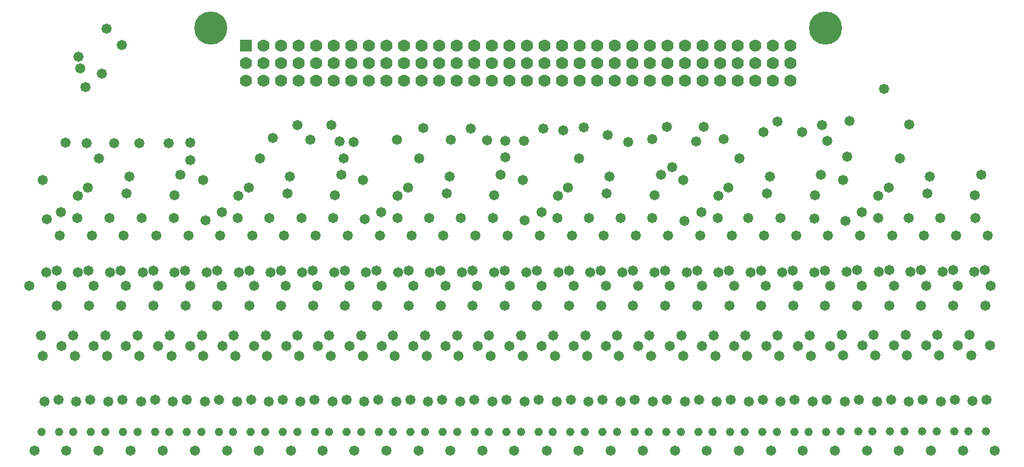
<source format=gbs>
%FSLAX24Y24*%
%MOIN*%
G70*
G01*
G75*
G04 Layer_Color=16711935*
%ADD10R,0.0669X0.0433*%
%ADD11R,0.0433X0.0669*%
%ADD12R,0.0354X0.0276*%
%ADD13R,0.0118X0.0197*%
%ADD14R,0.0394X0.0236*%
%ADD15R,0.0197X0.0118*%
%ADD16R,0.0197X0.0354*%
%ADD17R,0.0512X0.0236*%
%ADD18R,0.0354X0.0532*%
%ADD19R,0.0532X0.0532*%
%ADD20R,0.0236X0.0394*%
%ADD21R,0.0374X0.0354*%
%ADD22R,0.0374X0.0354*%
%ADD23C,0.0070*%
%ADD24C,0.0050*%
%ADD25C,0.0051*%
%ADD26C,0.0620*%
%ADD27R,0.0620X0.0620*%
%ADD28C,0.0400*%
%ADD29C,0.1811*%
%ADD30C,0.0500*%
%ADD31C,0.0400*%
%ADD32C,0.0794*%
G04:AMPARAMS|DCode=33|XSize=99.37mil|YSize=99.37mil|CornerRadius=0mil|HoleSize=0mil|Usage=FLASHONLY|Rotation=0.000|XOffset=0mil|YOffset=0mil|HoleType=Round|Shape=Relief|Width=10mil|Gap=10mil|Entries=4|*
%AMTHD33*
7,0,0,0.0994,0.0794,0.0100,45*
%
%ADD33THD33*%
%ADD34C,0.0597*%
%ADD35C,0.1502*%
G04:AMPARAMS|DCode=36|XSize=88mil|YSize=88mil|CornerRadius=0mil|HoleSize=0mil|Usage=FLASHONLY|Rotation=0.000|XOffset=0mil|YOffset=0mil|HoleType=Round|Shape=Relief|Width=10mil|Gap=10mil|Entries=4|*
%AMTHD36*
7,0,0,0.0880,0.0680,0.0100,45*
%
%ADD36THD36*%
%ADD37C,0.0680*%
%ADD38C,0.0150*%
%ADD39C,0.0098*%
%ADD40C,0.0100*%
%ADD41C,0.0079*%
%ADD42C,0.0080*%
%ADD43C,0.0059*%
%ADD44R,0.0749X0.0513*%
%ADD45R,0.0513X0.0749*%
%ADD46R,0.0434X0.0356*%
%ADD47R,0.0198X0.0277*%
%ADD48R,0.0474X0.0316*%
%ADD49R,0.0277X0.0198*%
%ADD50R,0.0277X0.0434*%
%ADD51R,0.0592X0.0316*%
%ADD52R,0.0434X0.0612*%
%ADD53R,0.0612X0.0612*%
%ADD54R,0.0316X0.0474*%
%ADD55R,0.0454X0.0434*%
%ADD56R,0.0454X0.0434*%
%ADD57C,0.0700*%
%ADD58R,0.0700X0.0700*%
%ADD59C,0.0480*%
%ADD60C,0.1891*%
%ADD61C,0.0580*%
D57*
X55750Y34124D02*
D03*
X53750D02*
D03*
X52750D02*
D03*
X54750D02*
D03*
X49750D02*
D03*
X44750D02*
D03*
X39750D02*
D03*
X34750D02*
D03*
X29750D02*
D03*
X47750D02*
D03*
X42750D02*
D03*
X36750D02*
D03*
X31750D02*
D03*
X28750D02*
D03*
X40750Y33124D02*
D03*
X39750D02*
D03*
X38750D02*
D03*
X37750D02*
D03*
X36750D02*
D03*
X35750D02*
D03*
X34750D02*
D03*
X33750D02*
D03*
X32750D02*
D03*
X31750D02*
D03*
X30750D02*
D03*
X29750D02*
D03*
X28750D02*
D03*
X27750D02*
D03*
X26750D02*
D03*
X25750D02*
D03*
X24750D02*
D03*
X53750Y32124D02*
D03*
X52750D02*
D03*
X51750D02*
D03*
X50750D02*
D03*
X49750D02*
D03*
X48750D02*
D03*
X47750D02*
D03*
X46750D02*
D03*
X45750D02*
D03*
X44750D02*
D03*
X43750D02*
D03*
X42750D02*
D03*
X41750D02*
D03*
X40750D02*
D03*
X39750D02*
D03*
X38750D02*
D03*
X37750D02*
D03*
X36750D02*
D03*
X35750D02*
D03*
X34750D02*
D03*
X33750D02*
D03*
X32750D02*
D03*
X31750D02*
D03*
X28750D02*
D03*
X27750D02*
D03*
X26750D02*
D03*
X30750D02*
D03*
X25750D02*
D03*
X29750D02*
D03*
X24750D02*
D03*
X54750D02*
D03*
X51750Y33124D02*
D03*
X48750D02*
D03*
X45750D02*
D03*
X44750D02*
D03*
X46750D02*
D03*
X47750D02*
D03*
X49750D02*
D03*
X50750D02*
D03*
X52750D02*
D03*
X53750D02*
D03*
X54750D02*
D03*
X51750Y34124D02*
D03*
X48750D02*
D03*
X45750D02*
D03*
X25750D02*
D03*
X37750D02*
D03*
X38750D02*
D03*
X40750D02*
D03*
X41750D02*
D03*
X43750D02*
D03*
X42750Y33124D02*
D03*
X43750D02*
D03*
X46750Y34124D02*
D03*
X50750D02*
D03*
X55750Y32124D02*
D03*
X35750Y34124D02*
D03*
X33750D02*
D03*
X32750D02*
D03*
X30750D02*
D03*
X27750D02*
D03*
X41750Y33124D02*
D03*
X26750Y34124D02*
D03*
X55750Y33124D02*
D03*
D58*
X24750Y34124D02*
D03*
D59*
X14110Y12090D02*
D03*
X13110D02*
D03*
X25030D02*
D03*
X24030D02*
D03*
X59610Y12096D02*
D03*
X58610D02*
D03*
X65070D02*
D03*
X64070D02*
D03*
X32310Y12090D02*
D03*
X31310D02*
D03*
X21390D02*
D03*
X20390D02*
D03*
X54150Y12091D02*
D03*
X53150D02*
D03*
X52330D02*
D03*
X51330D02*
D03*
X57790D02*
D03*
X56790D02*
D03*
X50510D02*
D03*
X49510D02*
D03*
X30490Y12090D02*
D03*
X29490D02*
D03*
X26850D02*
D03*
X25850D02*
D03*
X39590D02*
D03*
X38590D02*
D03*
X63250Y12096D02*
D03*
X62250D02*
D03*
X37770Y12090D02*
D03*
X36770D02*
D03*
X55970Y12091D02*
D03*
X54970D02*
D03*
X35950Y12090D02*
D03*
X34950D02*
D03*
X41410D02*
D03*
X40410D02*
D03*
X66890Y12100D02*
D03*
X65890D02*
D03*
X15930Y12090D02*
D03*
X14930D02*
D03*
X46870D02*
D03*
X45870D02*
D03*
X19570D02*
D03*
X18570D02*
D03*
X48690D02*
D03*
X47690D02*
D03*
X61430Y12096D02*
D03*
X60430D02*
D03*
X28670Y12090D02*
D03*
X27670D02*
D03*
X34130D02*
D03*
X33130D02*
D03*
X17750D02*
D03*
X16750D02*
D03*
X23210D02*
D03*
X22210D02*
D03*
X45050D02*
D03*
X44050D02*
D03*
X43230D02*
D03*
X42230D02*
D03*
D60*
X22750Y35124D02*
D03*
X57750D02*
D03*
D61*
X62530Y29620D02*
D03*
X15230Y33470D02*
D03*
X16834Y35074D02*
D03*
X15623Y31753D02*
D03*
X16560Y32520D02*
D03*
X15970Y23280D02*
D03*
X17800D02*
D03*
X19640D02*
D03*
X21470D02*
D03*
X23290D02*
D03*
X25110D02*
D03*
X26920D02*
D03*
X28730D02*
D03*
X30540D02*
D03*
X32370D02*
D03*
X36000D02*
D03*
X34180D02*
D03*
X37820D02*
D03*
X39640D02*
D03*
X41480D02*
D03*
X43310D02*
D03*
X45130D02*
D03*
X48780D02*
D03*
X46950D02*
D03*
X50610Y23281D02*
D03*
X52430D02*
D03*
X54250D02*
D03*
X56070D02*
D03*
X57890D02*
D03*
X59720Y23286D02*
D03*
X63360D02*
D03*
X61540D02*
D03*
X65180D02*
D03*
X12710Y11000D02*
D03*
X67150Y20400D02*
D03*
X14480Y28560D02*
D03*
X15690Y28530D02*
D03*
X17250Y28540D02*
D03*
X18700D02*
D03*
X20350Y28550D02*
D03*
X59130Y29810D02*
D03*
X57550Y29580D02*
D03*
X56430Y29180D02*
D03*
X55030Y29790D02*
D03*
X54220Y29170D02*
D03*
X29620Y29570D02*
D03*
X27700Y29580D02*
D03*
X26280Y28830D02*
D03*
X28410Y28750D02*
D03*
X30100Y28650D02*
D03*
X66270Y24270D02*
D03*
X64290Y24268D02*
D03*
X62500D02*
D03*
X60740D02*
D03*
X58900Y24120D02*
D03*
X49730Y24110D02*
D03*
X51620Y24263D02*
D03*
X53340D02*
D03*
X55190D02*
D03*
X57120Y24253D02*
D03*
X40610Y24150D02*
D03*
X42480Y24262D02*
D03*
X44270D02*
D03*
X46070D02*
D03*
X47898D02*
D03*
X38802D02*
D03*
X36990D02*
D03*
X35180D02*
D03*
X33380D02*
D03*
X31520Y24200D02*
D03*
X29728Y24262D02*
D03*
X27910D02*
D03*
X26080D02*
D03*
X24290D02*
D03*
X22450Y24140D02*
D03*
X20650Y24262D02*
D03*
X18810D02*
D03*
X16990D02*
D03*
X15160D02*
D03*
X13403Y24213D02*
D03*
X64220Y16426D02*
D03*
X65110Y13920D02*
D03*
X64410Y21196D02*
D03*
X63470Y20400D02*
D03*
X65010Y21296D02*
D03*
X64130Y17596D02*
D03*
X65020Y19266D02*
D03*
X64310Y13821D02*
D03*
X65570Y11006D02*
D03*
X62400Y16426D02*
D03*
X63290Y13920D02*
D03*
X62590Y21196D02*
D03*
X61650Y20400D02*
D03*
X63190Y21296D02*
D03*
X62310Y17596D02*
D03*
X63200Y19266D02*
D03*
X62490Y13821D02*
D03*
X63750Y11006D02*
D03*
X60580Y16426D02*
D03*
X61470Y13920D02*
D03*
X60770Y21196D02*
D03*
X59830Y20400D02*
D03*
X61370Y21296D02*
D03*
X60490Y17596D02*
D03*
X61380Y19266D02*
D03*
X60670Y13821D02*
D03*
X61930Y11006D02*
D03*
X58760Y16426D02*
D03*
X59650Y13920D02*
D03*
X58950Y21196D02*
D03*
X58010Y20400D02*
D03*
X59550Y21296D02*
D03*
X58670Y17596D02*
D03*
X59560Y19266D02*
D03*
X58850Y13821D02*
D03*
X60110Y11006D02*
D03*
X56930Y16421D02*
D03*
X57820Y13915D02*
D03*
X57120Y21191D02*
D03*
X56180Y20395D02*
D03*
X57720Y21291D02*
D03*
X56840Y17591D02*
D03*
X57730Y19261D02*
D03*
X57020Y13817D02*
D03*
X58280Y11001D02*
D03*
X55110Y16421D02*
D03*
X56000Y13915D02*
D03*
X55300Y21191D02*
D03*
X54360Y20395D02*
D03*
X55900Y21291D02*
D03*
X55020Y17591D02*
D03*
X55910Y19261D02*
D03*
X55200Y13817D02*
D03*
X56460Y11001D02*
D03*
X53290Y16421D02*
D03*
X54180Y13915D02*
D03*
X53480Y21191D02*
D03*
X52540Y20395D02*
D03*
X54080Y21291D02*
D03*
X53200Y17591D02*
D03*
X54090Y19261D02*
D03*
X53380Y13817D02*
D03*
X54640Y11001D02*
D03*
X51470Y16421D02*
D03*
X52360Y13915D02*
D03*
X51660Y21191D02*
D03*
X50720Y20395D02*
D03*
X52260Y21291D02*
D03*
X51380Y17591D02*
D03*
X52270Y19261D02*
D03*
X51560Y13817D02*
D03*
X52820Y11001D02*
D03*
X49650Y16421D02*
D03*
X50540Y13915D02*
D03*
X49840Y21191D02*
D03*
X48900Y20395D02*
D03*
X50440Y21291D02*
D03*
X49560Y17591D02*
D03*
X50450Y19261D02*
D03*
X49740Y13817D02*
D03*
X51000Y11001D02*
D03*
X47820Y16420D02*
D03*
X48710Y13914D02*
D03*
X48010Y21190D02*
D03*
X47070Y20394D02*
D03*
X48610Y21290D02*
D03*
X47730Y17590D02*
D03*
X48620Y19260D02*
D03*
X47910Y13816D02*
D03*
X49170Y11000D02*
D03*
X45990Y16420D02*
D03*
X46880Y13914D02*
D03*
X46180Y21190D02*
D03*
X45240Y20394D02*
D03*
X46780Y21290D02*
D03*
X45900Y17590D02*
D03*
X46790Y19260D02*
D03*
X46080Y13816D02*
D03*
X47340Y11000D02*
D03*
X44170Y16420D02*
D03*
X45060Y13914D02*
D03*
X44360Y21190D02*
D03*
X43420Y20394D02*
D03*
X44960Y21290D02*
D03*
X44080Y17590D02*
D03*
X44970Y19260D02*
D03*
X44260Y13816D02*
D03*
X45520Y11000D02*
D03*
X42350Y16420D02*
D03*
X43240Y13914D02*
D03*
X42540Y21190D02*
D03*
X41600Y20394D02*
D03*
X43140Y21290D02*
D03*
X42260Y17590D02*
D03*
X43150Y19260D02*
D03*
X42440Y13816D02*
D03*
X43700Y11000D02*
D03*
X40520Y16420D02*
D03*
X41410Y13914D02*
D03*
X40710Y21190D02*
D03*
X39770Y20394D02*
D03*
X41310Y21290D02*
D03*
X40430Y17590D02*
D03*
X41320Y19260D02*
D03*
X40610Y13816D02*
D03*
X41870Y11000D02*
D03*
X38680Y16420D02*
D03*
X39570Y13914D02*
D03*
X38870Y21190D02*
D03*
X37930Y20394D02*
D03*
X39470Y21290D02*
D03*
X38590Y17590D02*
D03*
X39480Y19260D02*
D03*
X38770Y13816D02*
D03*
X40030Y11000D02*
D03*
X36860Y16420D02*
D03*
X37750Y13914D02*
D03*
X37050Y21190D02*
D03*
X36110Y20394D02*
D03*
X37650Y21290D02*
D03*
X36770Y17590D02*
D03*
X37660Y19260D02*
D03*
X36950Y13816D02*
D03*
X38210Y11000D02*
D03*
X35040Y16420D02*
D03*
X35930Y13914D02*
D03*
X35230Y21190D02*
D03*
X34290Y20394D02*
D03*
X35830Y21290D02*
D03*
X34950Y17590D02*
D03*
X35840Y19260D02*
D03*
X35130Y13816D02*
D03*
X36390Y11000D02*
D03*
X33220Y16420D02*
D03*
X34110Y13914D02*
D03*
X33410Y21190D02*
D03*
X32470Y20394D02*
D03*
X34010Y21290D02*
D03*
X33130Y17590D02*
D03*
X34020Y19260D02*
D03*
X33310Y13816D02*
D03*
X34570Y11000D02*
D03*
X31410Y16420D02*
D03*
X32300Y13914D02*
D03*
X31600Y21190D02*
D03*
X30660Y20394D02*
D03*
X32200Y21290D02*
D03*
X31320Y17590D02*
D03*
X32210Y19260D02*
D03*
X31500Y13816D02*
D03*
X32760Y11000D02*
D03*
X29580Y16420D02*
D03*
X30470Y13914D02*
D03*
X29770Y21190D02*
D03*
X28830Y20394D02*
D03*
X30370Y21290D02*
D03*
X29490Y17590D02*
D03*
X30380Y19260D02*
D03*
X29670Y13816D02*
D03*
X30930Y11000D02*
D03*
X27770Y16420D02*
D03*
X28660Y13914D02*
D03*
X27960Y21190D02*
D03*
X27020Y20394D02*
D03*
X28560Y21290D02*
D03*
X27680Y17590D02*
D03*
X28570Y19260D02*
D03*
X27860Y13816D02*
D03*
X29120Y11000D02*
D03*
X25960Y16420D02*
D03*
X26850Y13914D02*
D03*
X26150Y21190D02*
D03*
X25210Y20394D02*
D03*
X26750Y21290D02*
D03*
X25870Y17590D02*
D03*
X26760Y19260D02*
D03*
X26050Y13816D02*
D03*
X27310Y11000D02*
D03*
X24150Y16420D02*
D03*
X25040Y13914D02*
D03*
X24340Y21190D02*
D03*
X23400Y20394D02*
D03*
X24940Y21290D02*
D03*
X24060Y17590D02*
D03*
X24950Y19260D02*
D03*
X24240Y13816D02*
D03*
X25500Y11000D02*
D03*
X22330Y16420D02*
D03*
X23220Y13914D02*
D03*
X22520Y21190D02*
D03*
X21580Y20394D02*
D03*
X23120Y21290D02*
D03*
X22240Y17590D02*
D03*
X23130Y19260D02*
D03*
X22420Y13816D02*
D03*
X23680Y11000D02*
D03*
X20510Y16420D02*
D03*
X21400Y13914D02*
D03*
X20700Y21190D02*
D03*
X19760Y20394D02*
D03*
X21300Y21290D02*
D03*
X20420Y17590D02*
D03*
X21310Y19260D02*
D03*
X20600Y13816D02*
D03*
X21860Y11000D02*
D03*
X18680Y16420D02*
D03*
X19570Y13914D02*
D03*
X18870Y21190D02*
D03*
X17930Y20394D02*
D03*
X19470Y21290D02*
D03*
X18590Y17590D02*
D03*
X19480Y19260D02*
D03*
X18770Y13816D02*
D03*
X20030Y11000D02*
D03*
X16840Y16420D02*
D03*
X17730Y13914D02*
D03*
X17030Y21190D02*
D03*
X16090Y20394D02*
D03*
X17630Y21290D02*
D03*
X16750Y17590D02*
D03*
X17640Y19260D02*
D03*
X16930Y13816D02*
D03*
X18190Y11000D02*
D03*
X15010Y16420D02*
D03*
X15900Y13914D02*
D03*
X15200Y21190D02*
D03*
X14260Y20394D02*
D03*
X15800Y21290D02*
D03*
X14920Y17590D02*
D03*
X15810Y19260D02*
D03*
X15100Y13816D02*
D03*
X16360Y11000D02*
D03*
X13180Y16420D02*
D03*
X14070Y13914D02*
D03*
X13370Y21190D02*
D03*
X12430Y20394D02*
D03*
X14140Y23280D02*
D03*
X13970Y21290D02*
D03*
X13090Y17590D02*
D03*
X13980Y19260D02*
D03*
X13270Y13816D02*
D03*
X14530Y11000D02*
D03*
X67390Y11010D02*
D03*
X65290Y20404D02*
D03*
X66230Y21200D02*
D03*
X17699Y34151D02*
D03*
X15330Y32810D02*
D03*
X49010Y27180D02*
D03*
X46520Y28620D02*
D03*
X39520Y28680D02*
D03*
X30890Y28610D02*
D03*
X66610Y26746D02*
D03*
X63688Y26646D02*
D03*
X61340Y26016D02*
D03*
X61080Y31630D02*
D03*
X67000Y23290D02*
D03*
X59810Y24610D02*
D03*
X57500Y26741D02*
D03*
X54578Y26641D02*
D03*
X52230Y26011D02*
D03*
X48370Y26740D02*
D03*
X50700Y24605D02*
D03*
X45448Y26640D02*
D03*
X43100Y26010D02*
D03*
X39260Y26740D02*
D03*
X41570Y24604D02*
D03*
X66130Y13826D02*
D03*
X36338Y26640D02*
D03*
X33990Y26010D02*
D03*
X32460Y24604D02*
D03*
X30180Y26740D02*
D03*
X27258Y26640D02*
D03*
X24910Y26010D02*
D03*
X23380Y24604D02*
D03*
X21030Y26740D02*
D03*
X18108Y26640D02*
D03*
X15760Y26010D02*
D03*
X65950Y17600D02*
D03*
X66830Y21300D02*
D03*
X66930Y13924D02*
D03*
X60750Y25536D02*
D03*
X51640Y25531D02*
D03*
X42510Y25530D02*
D03*
X24320D02*
D03*
X15170D02*
D03*
X33400D02*
D03*
X66040Y16430D02*
D03*
X66840Y19270D02*
D03*
X21590Y27590D02*
D03*
X21570Y28590D02*
D03*
X30330Y27690D02*
D03*
X39530Y27730D02*
D03*
X57850Y28690D02*
D03*
X58980Y27780D02*
D03*
X38500Y28700D02*
D03*
X37540Y29390D02*
D03*
X36410Y28730D02*
D03*
X34850Y29400D02*
D03*
X33350Y28730D02*
D03*
X40600Y28660D02*
D03*
X41690Y29360D02*
D03*
X42820Y29290D02*
D03*
X43990Y29430D02*
D03*
X45340Y29000D02*
D03*
X47880Y28780D02*
D03*
X48730Y29480D02*
D03*
X50380Y28630D02*
D03*
X50820Y29460D02*
D03*
X51960Y28770D02*
D03*
X48010Y25560D02*
D03*
X38900D02*
D03*
X57140Y25561D02*
D03*
X66250Y25566D02*
D03*
X17960Y25680D02*
D03*
X27110D02*
D03*
X36190D02*
D03*
X45300D02*
D03*
X16390Y27660D02*
D03*
X63540Y25686D02*
D03*
X13180Y26440D02*
D03*
X34620Y27660D02*
D03*
X25540D02*
D03*
X43730D02*
D03*
X52860Y27661D02*
D03*
X54430Y25681D02*
D03*
X61970Y27666D02*
D03*
X58760Y26446D02*
D03*
X40520Y26440D02*
D03*
X31410D02*
D03*
X49650Y26441D02*
D03*
X22330Y26440D02*
D03*
X20670Y25560D02*
D03*
X29820D02*
D03*
X65300Y16996D02*
D03*
X63480D02*
D03*
X61660D02*
D03*
X59840D02*
D03*
X58010Y16991D02*
D03*
X56190D02*
D03*
X54370D02*
D03*
X52550D02*
D03*
X50730D02*
D03*
X48900Y16990D02*
D03*
X47070D02*
D03*
X45250D02*
D03*
X43430D02*
D03*
X41600D02*
D03*
X39760D02*
D03*
X37940D02*
D03*
X36120D02*
D03*
X34300D02*
D03*
X32490D02*
D03*
X30660D02*
D03*
X28850D02*
D03*
X27040D02*
D03*
X25230D02*
D03*
X23410D02*
D03*
X21590D02*
D03*
X19760D02*
D03*
X17920D02*
D03*
X16090D02*
D03*
X14260D02*
D03*
X67120Y17000D02*
D03*
X14230Y24604D02*
D03*
M02*

</source>
